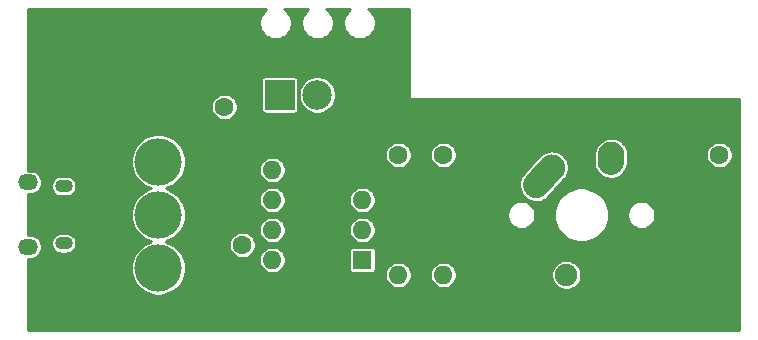
<source format=gbr>
G04 #@! TF.GenerationSoftware,KiCad,Pcbnew,(5.1.8-0-10_14)*
G04 #@! TF.CreationDate,2020-12-18T18:08:01+11:00*
G04 #@! TF.ProjectId,WS2812B_Controller_Board,57533238-3132-4425-9f43-6f6e74726f6c,rev?*
G04 #@! TF.SameCoordinates,Original*
G04 #@! TF.FileFunction,Copper,L2,Bot*
G04 #@! TF.FilePolarity,Positive*
%FSLAX46Y46*%
G04 Gerber Fmt 4.6, Leading zero omitted, Abs format (unit mm)*
G04 Created by KiCad (PCBNEW (5.1.8-0-10_14)) date 2020-12-18 18:08:01*
%MOMM*%
%LPD*%
G01*
G04 APERTURE LIST*
G04 #@! TA.AperFunction,ComponentPad*
%ADD10C,1.600000*%
G04 #@! TD*
G04 #@! TA.AperFunction,ComponentPad*
%ADD11O,1.600000X1.600000*%
G04 #@! TD*
G04 #@! TA.AperFunction,ComponentPad*
%ADD12R,1.600000X1.600000*%
G04 #@! TD*
G04 #@! TA.AperFunction,ComponentPad*
%ADD13C,4.000000*%
G04 #@! TD*
G04 #@! TA.AperFunction,ComponentPad*
%ADD14R,1.905000X1.905000*%
G04 #@! TD*
G04 #@! TA.AperFunction,ComponentPad*
%ADD15C,1.905000*%
G04 #@! TD*
G04 #@! TA.AperFunction,ComponentPad*
%ADD16C,2.250000*%
G04 #@! TD*
G04 #@! TA.AperFunction,ComponentPad*
%ADD17R,2.499360X2.499360*%
G04 #@! TD*
G04 #@! TA.AperFunction,ComponentPad*
%ADD18C,2.499360*%
G04 #@! TD*
G04 #@! TA.AperFunction,ComponentPad*
%ADD19O,1.700000X1.350000*%
G04 #@! TD*
G04 #@! TA.AperFunction,ComponentPad*
%ADD20O,1.500000X1.100000*%
G04 #@! TD*
G04 #@! TA.AperFunction,ViaPad*
%ADD21C,1.200000*%
G04 #@! TD*
G04 #@! TA.AperFunction,Conductor*
%ADD22C,0.254000*%
G04 #@! TD*
G04 #@! TA.AperFunction,Conductor*
%ADD23C,0.100000*%
G04 #@! TD*
G04 APERTURE END LIST*
D10*
X171450000Y-90170000D03*
D11*
X171450000Y-100330000D03*
X148082000Y-100330000D03*
D10*
X148082000Y-90170000D03*
D12*
X141224000Y-99060000D03*
D11*
X133604000Y-91440000D03*
X141224000Y-96520000D03*
X133604000Y-93980000D03*
X141224000Y-93980000D03*
X133604000Y-96520000D03*
X141224000Y-91440000D03*
X133604000Y-99060000D03*
D13*
X123952000Y-99750000D03*
X123952000Y-95250000D03*
X123952000Y-90750000D03*
D11*
X144272000Y-100330000D03*
D10*
X144272000Y-90170000D03*
D14*
X161036000Y-100330000D03*
D15*
X158496000Y-100330000D03*
D16*
X157266000Y-91250000D03*
G04 #@! TA.AperFunction,ComponentPad*
G36*
G01*
X155204688Y-93547350D02*
X155204683Y-93547345D01*
G75*
G02*
X155118655Y-91958683I751317J837345D01*
G01*
X156428657Y-90498683D01*
G75*
G02*
X158017319Y-90412655I837345J-751317D01*
G01*
X158017319Y-90412655D01*
G75*
G02*
X158103347Y-92001317I-751317J-837345D01*
G01*
X156793345Y-93461317D01*
G75*
G02*
X155204683Y-93547345I-837345J751317D01*
G01*
G37*
G04 #@! TD.AperFunction*
X162306000Y-90170000D03*
G04 #@! TA.AperFunction,ComponentPad*
G36*
G01*
X162189483Y-91872395D02*
X162188597Y-91872334D01*
G75*
G02*
X161143666Y-90672597I77403J1122334D01*
G01*
X161183666Y-90092597D01*
G75*
G02*
X162383403Y-89047666I1122334J-77403D01*
G01*
X162383403Y-89047666D01*
G75*
G02*
X163428334Y-90247403I-77403J-1122334D01*
G01*
X163388334Y-90827403D01*
G75*
G02*
X162188597Y-91872334I-1122334J77403D01*
G01*
G37*
G04 #@! TD.AperFunction*
D17*
X134239000Y-85090000D03*
D18*
X137414000Y-85090000D03*
X140589000Y-85090000D03*
D19*
X112931000Y-97955000D03*
X112931000Y-92495000D03*
D20*
X115931000Y-97645000D03*
X115931000Y-92805000D03*
D10*
X129540000Y-84106000D03*
X129540000Y-86106000D03*
X131064000Y-92790000D03*
X131064000Y-97790000D03*
D21*
X118110000Y-95758000D03*
X118110000Y-101346000D03*
X118110000Y-98552000D03*
D22*
X132980213Y-77924414D02*
X132788414Y-78116213D01*
X132637718Y-78341746D01*
X132533917Y-78592344D01*
X132481000Y-78858377D01*
X132481000Y-79129623D01*
X132533917Y-79395656D01*
X132637718Y-79646254D01*
X132788414Y-79871787D01*
X132980213Y-80063586D01*
X133205746Y-80214282D01*
X133456344Y-80318083D01*
X133722377Y-80371000D01*
X133993623Y-80371000D01*
X134259656Y-80318083D01*
X134510254Y-80214282D01*
X134735787Y-80063586D01*
X134927586Y-79871787D01*
X135078282Y-79646254D01*
X135182083Y-79395656D01*
X135235000Y-79129623D01*
X135235000Y-78858377D01*
X135182083Y-78592344D01*
X135078282Y-78341746D01*
X134927586Y-78116213D01*
X134735787Y-77924414D01*
X134625915Y-77851000D01*
X136646085Y-77851000D01*
X136536213Y-77924414D01*
X136344414Y-78116213D01*
X136193718Y-78341746D01*
X136089917Y-78592344D01*
X136037000Y-78858377D01*
X136037000Y-79129623D01*
X136089917Y-79395656D01*
X136193718Y-79646254D01*
X136344414Y-79871787D01*
X136536213Y-80063586D01*
X136761746Y-80214282D01*
X137012344Y-80318083D01*
X137278377Y-80371000D01*
X137549623Y-80371000D01*
X137815656Y-80318083D01*
X138066254Y-80214282D01*
X138291787Y-80063586D01*
X138483586Y-79871787D01*
X138634282Y-79646254D01*
X138738083Y-79395656D01*
X138791000Y-79129623D01*
X138791000Y-78858377D01*
X138738083Y-78592344D01*
X138634282Y-78341746D01*
X138483586Y-78116213D01*
X138291787Y-77924414D01*
X138181915Y-77851000D01*
X140202085Y-77851000D01*
X140092213Y-77924414D01*
X139900414Y-78116213D01*
X139749718Y-78341746D01*
X139645917Y-78592344D01*
X139593000Y-78858377D01*
X139593000Y-79129623D01*
X139645917Y-79395656D01*
X139749718Y-79646254D01*
X139900414Y-79871787D01*
X140092213Y-80063586D01*
X140317746Y-80214282D01*
X140568344Y-80318083D01*
X140834377Y-80371000D01*
X141105623Y-80371000D01*
X141371656Y-80318083D01*
X141622254Y-80214282D01*
X141847787Y-80063586D01*
X142039586Y-79871787D01*
X142190282Y-79646254D01*
X142294083Y-79395656D01*
X142347000Y-79129623D01*
X142347000Y-78858377D01*
X142294083Y-78592344D01*
X142190282Y-78341746D01*
X142039586Y-78116213D01*
X141847787Y-77924414D01*
X141737915Y-77851000D01*
X145161000Y-77851000D01*
X145161000Y-85344000D01*
X145163440Y-85368776D01*
X145170667Y-85392601D01*
X145182403Y-85414557D01*
X145198197Y-85433803D01*
X145217443Y-85449597D01*
X145239399Y-85461333D01*
X145263224Y-85468560D01*
X145288000Y-85471000D01*
X173101000Y-85471000D01*
X173101000Y-105029000D01*
X112903000Y-105029000D01*
X112903000Y-98957000D01*
X113155223Y-98957000D01*
X113302426Y-98942502D01*
X113491304Y-98885206D01*
X113665375Y-98792164D01*
X113817949Y-98666949D01*
X113943164Y-98514375D01*
X114036206Y-98340304D01*
X114093502Y-98151426D01*
X114112848Y-97955000D01*
X114093502Y-97758574D01*
X114059050Y-97645000D01*
X114849757Y-97645000D01*
X114866690Y-97816922D01*
X114916838Y-97982237D01*
X114998273Y-98134592D01*
X115107867Y-98268133D01*
X115241408Y-98377727D01*
X115393763Y-98459162D01*
X115559078Y-98509310D01*
X115687921Y-98522000D01*
X116174079Y-98522000D01*
X116302922Y-98509310D01*
X116468237Y-98459162D01*
X116620592Y-98377727D01*
X116754133Y-98268133D01*
X116863727Y-98134592D01*
X116945162Y-97982237D01*
X116995310Y-97816922D01*
X117012243Y-97645000D01*
X116995310Y-97473078D01*
X116945162Y-97307763D01*
X116863727Y-97155408D01*
X116754133Y-97021867D01*
X116620592Y-96912273D01*
X116468237Y-96830838D01*
X116302922Y-96780690D01*
X116174079Y-96768000D01*
X115687921Y-96768000D01*
X115559078Y-96780690D01*
X115393763Y-96830838D01*
X115241408Y-96912273D01*
X115107867Y-97021867D01*
X114998273Y-97155408D01*
X114916838Y-97307763D01*
X114866690Y-97473078D01*
X114849757Y-97645000D01*
X114059050Y-97645000D01*
X114036206Y-97569696D01*
X113943164Y-97395625D01*
X113817949Y-97243051D01*
X113665375Y-97117836D01*
X113491304Y-97024794D01*
X113302426Y-96967498D01*
X113155223Y-96953000D01*
X112903000Y-96953000D01*
X112903000Y-93497000D01*
X113155223Y-93497000D01*
X113302426Y-93482502D01*
X113491304Y-93425206D01*
X113665375Y-93332164D01*
X113817949Y-93206949D01*
X113943164Y-93054375D01*
X114036206Y-92880304D01*
X114059049Y-92805000D01*
X114849757Y-92805000D01*
X114866690Y-92976922D01*
X114916838Y-93142237D01*
X114998273Y-93294592D01*
X115107867Y-93428133D01*
X115241408Y-93537727D01*
X115393763Y-93619162D01*
X115559078Y-93669310D01*
X115687921Y-93682000D01*
X116174079Y-93682000D01*
X116302922Y-93669310D01*
X116468237Y-93619162D01*
X116620592Y-93537727D01*
X116754133Y-93428133D01*
X116863727Y-93294592D01*
X116945162Y-93142237D01*
X116995310Y-92976922D01*
X117012243Y-92805000D01*
X116995310Y-92633078D01*
X116945162Y-92467763D01*
X116863727Y-92315408D01*
X116754133Y-92181867D01*
X116620592Y-92072273D01*
X116468237Y-91990838D01*
X116302922Y-91940690D01*
X116174079Y-91928000D01*
X115687921Y-91928000D01*
X115559078Y-91940690D01*
X115393763Y-91990838D01*
X115241408Y-92072273D01*
X115107867Y-92181867D01*
X114998273Y-92315408D01*
X114916838Y-92467763D01*
X114866690Y-92633078D01*
X114849757Y-92805000D01*
X114059049Y-92805000D01*
X114093502Y-92691426D01*
X114112848Y-92495000D01*
X114093502Y-92298574D01*
X114036206Y-92109696D01*
X113943164Y-91935625D01*
X113817949Y-91783051D01*
X113665375Y-91657836D01*
X113491304Y-91564794D01*
X113302426Y-91507498D01*
X113155223Y-91493000D01*
X112903000Y-91493000D01*
X112903000Y-90520811D01*
X121625000Y-90520811D01*
X121625000Y-90979189D01*
X121714426Y-91428761D01*
X121889840Y-91852248D01*
X122144501Y-92233376D01*
X122468624Y-92557499D01*
X122849752Y-92812160D01*
X123273239Y-92987574D01*
X123335708Y-93000000D01*
X123273239Y-93012426D01*
X122849752Y-93187840D01*
X122468624Y-93442501D01*
X122144501Y-93766624D01*
X121889840Y-94147752D01*
X121714426Y-94571239D01*
X121625000Y-95020811D01*
X121625000Y-95479189D01*
X121714426Y-95928761D01*
X121889840Y-96352248D01*
X122144501Y-96733376D01*
X122468624Y-97057499D01*
X122849752Y-97312160D01*
X123273239Y-97487574D01*
X123335708Y-97500000D01*
X123273239Y-97512426D01*
X122849752Y-97687840D01*
X122468624Y-97942501D01*
X122144501Y-98266624D01*
X121889840Y-98647752D01*
X121714426Y-99071239D01*
X121625000Y-99520811D01*
X121625000Y-99979189D01*
X121714426Y-100428761D01*
X121889840Y-100852248D01*
X122144501Y-101233376D01*
X122468624Y-101557499D01*
X122849752Y-101812160D01*
X123273239Y-101987574D01*
X123722811Y-102077000D01*
X124181189Y-102077000D01*
X124630761Y-101987574D01*
X125054248Y-101812160D01*
X125435376Y-101557499D01*
X125759499Y-101233376D01*
X126014160Y-100852248D01*
X126189574Y-100428761D01*
X126231298Y-100219000D01*
X143145000Y-100219000D01*
X143145000Y-100441000D01*
X143188310Y-100658734D01*
X143273266Y-100863835D01*
X143396602Y-101048421D01*
X143553579Y-101205398D01*
X143738165Y-101328734D01*
X143943266Y-101413690D01*
X144161000Y-101457000D01*
X144383000Y-101457000D01*
X144600734Y-101413690D01*
X144805835Y-101328734D01*
X144990421Y-101205398D01*
X145147398Y-101048421D01*
X145270734Y-100863835D01*
X145355690Y-100658734D01*
X145399000Y-100441000D01*
X145399000Y-100219000D01*
X146955000Y-100219000D01*
X146955000Y-100441000D01*
X146998310Y-100658734D01*
X147083266Y-100863835D01*
X147206602Y-101048421D01*
X147363579Y-101205398D01*
X147548165Y-101328734D01*
X147753266Y-101413690D01*
X147971000Y-101457000D01*
X148193000Y-101457000D01*
X148410734Y-101413690D01*
X148615835Y-101328734D01*
X148800421Y-101205398D01*
X148957398Y-101048421D01*
X149080734Y-100863835D01*
X149165690Y-100658734D01*
X149209000Y-100441000D01*
X149209000Y-100219000D01*
X149206013Y-100203980D01*
X157216500Y-100203980D01*
X157216500Y-100456020D01*
X157265670Y-100703216D01*
X157362122Y-100936071D01*
X157502147Y-101145634D01*
X157680366Y-101323853D01*
X157889929Y-101463878D01*
X158122784Y-101560330D01*
X158369980Y-101609500D01*
X158622020Y-101609500D01*
X158869216Y-101560330D01*
X159102071Y-101463878D01*
X159311634Y-101323853D01*
X159489853Y-101145634D01*
X159629878Y-100936071D01*
X159726330Y-100703216D01*
X159775500Y-100456020D01*
X159775500Y-100203980D01*
X159726330Y-99956784D01*
X159629878Y-99723929D01*
X159489853Y-99514366D01*
X159311634Y-99336147D01*
X159102071Y-99196122D01*
X158869216Y-99099670D01*
X158622020Y-99050500D01*
X158369980Y-99050500D01*
X158122784Y-99099670D01*
X157889929Y-99196122D01*
X157680366Y-99336147D01*
X157502147Y-99514366D01*
X157362122Y-99723929D01*
X157265670Y-99956784D01*
X157216500Y-100203980D01*
X149206013Y-100203980D01*
X149165690Y-100001266D01*
X149080734Y-99796165D01*
X148957398Y-99611579D01*
X148800421Y-99454602D01*
X148615835Y-99331266D01*
X148410734Y-99246310D01*
X148193000Y-99203000D01*
X147971000Y-99203000D01*
X147753266Y-99246310D01*
X147548165Y-99331266D01*
X147363579Y-99454602D01*
X147206602Y-99611579D01*
X147083266Y-99796165D01*
X146998310Y-100001266D01*
X146955000Y-100219000D01*
X145399000Y-100219000D01*
X145355690Y-100001266D01*
X145270734Y-99796165D01*
X145147398Y-99611579D01*
X144990421Y-99454602D01*
X144805835Y-99331266D01*
X144600734Y-99246310D01*
X144383000Y-99203000D01*
X144161000Y-99203000D01*
X143943266Y-99246310D01*
X143738165Y-99331266D01*
X143553579Y-99454602D01*
X143396602Y-99611579D01*
X143273266Y-99796165D01*
X143188310Y-100001266D01*
X143145000Y-100219000D01*
X126231298Y-100219000D01*
X126279000Y-99979189D01*
X126279000Y-99520811D01*
X126189574Y-99071239D01*
X126138941Y-98949000D01*
X132477000Y-98949000D01*
X132477000Y-99171000D01*
X132520310Y-99388734D01*
X132605266Y-99593835D01*
X132728602Y-99778421D01*
X132885579Y-99935398D01*
X133070165Y-100058734D01*
X133275266Y-100143690D01*
X133493000Y-100187000D01*
X133715000Y-100187000D01*
X133932734Y-100143690D01*
X134137835Y-100058734D01*
X134322421Y-99935398D01*
X134479398Y-99778421D01*
X134602734Y-99593835D01*
X134687690Y-99388734D01*
X134731000Y-99171000D01*
X134731000Y-98949000D01*
X134687690Y-98731266D01*
X134602734Y-98526165D01*
X134479398Y-98341579D01*
X134397819Y-98260000D01*
X140095418Y-98260000D01*
X140095418Y-99860000D01*
X140101732Y-99924103D01*
X140120430Y-99985743D01*
X140150794Y-100042550D01*
X140191657Y-100092343D01*
X140241450Y-100133206D01*
X140298257Y-100163570D01*
X140359897Y-100182268D01*
X140424000Y-100188582D01*
X142024000Y-100188582D01*
X142088103Y-100182268D01*
X142149743Y-100163570D01*
X142206550Y-100133206D01*
X142256343Y-100092343D01*
X142297206Y-100042550D01*
X142327570Y-99985743D01*
X142346268Y-99924103D01*
X142352582Y-99860000D01*
X142352582Y-98260000D01*
X142346268Y-98195897D01*
X142327570Y-98134257D01*
X142297206Y-98077450D01*
X142256343Y-98027657D01*
X142206550Y-97986794D01*
X142149743Y-97956430D01*
X142088103Y-97937732D01*
X142024000Y-97931418D01*
X140424000Y-97931418D01*
X140359897Y-97937732D01*
X140298257Y-97956430D01*
X140241450Y-97986794D01*
X140191657Y-98027657D01*
X140150794Y-98077450D01*
X140120430Y-98134257D01*
X140101732Y-98195897D01*
X140095418Y-98260000D01*
X134397819Y-98260000D01*
X134322421Y-98184602D01*
X134137835Y-98061266D01*
X133932734Y-97976310D01*
X133715000Y-97933000D01*
X133493000Y-97933000D01*
X133275266Y-97976310D01*
X133070165Y-98061266D01*
X132885579Y-98184602D01*
X132728602Y-98341579D01*
X132605266Y-98526165D01*
X132520310Y-98731266D01*
X132477000Y-98949000D01*
X126138941Y-98949000D01*
X126014160Y-98647752D01*
X125759499Y-98266624D01*
X125435376Y-97942501D01*
X125054248Y-97687840D01*
X125032907Y-97679000D01*
X129937000Y-97679000D01*
X129937000Y-97901000D01*
X129980310Y-98118734D01*
X130065266Y-98323835D01*
X130188602Y-98508421D01*
X130345579Y-98665398D01*
X130530165Y-98788734D01*
X130735266Y-98873690D01*
X130953000Y-98917000D01*
X131175000Y-98917000D01*
X131392734Y-98873690D01*
X131597835Y-98788734D01*
X131782421Y-98665398D01*
X131939398Y-98508421D01*
X132062734Y-98323835D01*
X132147690Y-98118734D01*
X132191000Y-97901000D01*
X132191000Y-97679000D01*
X132147690Y-97461266D01*
X132062734Y-97256165D01*
X131939398Y-97071579D01*
X131782421Y-96914602D01*
X131597835Y-96791266D01*
X131392734Y-96706310D01*
X131175000Y-96663000D01*
X130953000Y-96663000D01*
X130735266Y-96706310D01*
X130530165Y-96791266D01*
X130345579Y-96914602D01*
X130188602Y-97071579D01*
X130065266Y-97256165D01*
X129980310Y-97461266D01*
X129937000Y-97679000D01*
X125032907Y-97679000D01*
X124630761Y-97512426D01*
X124568292Y-97500000D01*
X124630761Y-97487574D01*
X125054248Y-97312160D01*
X125435376Y-97057499D01*
X125759499Y-96733376D01*
X125976239Y-96409000D01*
X132477000Y-96409000D01*
X132477000Y-96631000D01*
X132520310Y-96848734D01*
X132605266Y-97053835D01*
X132728602Y-97238421D01*
X132885579Y-97395398D01*
X133070165Y-97518734D01*
X133275266Y-97603690D01*
X133493000Y-97647000D01*
X133715000Y-97647000D01*
X133932734Y-97603690D01*
X134137835Y-97518734D01*
X134322421Y-97395398D01*
X134479398Y-97238421D01*
X134602734Y-97053835D01*
X134687690Y-96848734D01*
X134731000Y-96631000D01*
X134731000Y-96409000D01*
X140097000Y-96409000D01*
X140097000Y-96631000D01*
X140140310Y-96848734D01*
X140225266Y-97053835D01*
X140348602Y-97238421D01*
X140505579Y-97395398D01*
X140690165Y-97518734D01*
X140895266Y-97603690D01*
X141113000Y-97647000D01*
X141335000Y-97647000D01*
X141552734Y-97603690D01*
X141757835Y-97518734D01*
X141942421Y-97395398D01*
X142099398Y-97238421D01*
X142222734Y-97053835D01*
X142307690Y-96848734D01*
X142351000Y-96631000D01*
X142351000Y-96409000D01*
X142307690Y-96191266D01*
X142222734Y-95986165D01*
X142099398Y-95801579D01*
X141942421Y-95644602D01*
X141757835Y-95521266D01*
X141552734Y-95436310D01*
X141335000Y-95393000D01*
X141113000Y-95393000D01*
X140895266Y-95436310D01*
X140690165Y-95521266D01*
X140505579Y-95644602D01*
X140348602Y-95801579D01*
X140225266Y-95986165D01*
X140140310Y-96191266D01*
X140097000Y-96409000D01*
X134731000Y-96409000D01*
X134687690Y-96191266D01*
X134602734Y-95986165D01*
X134479398Y-95801579D01*
X134322421Y-95644602D01*
X134137835Y-95521266D01*
X133932734Y-95436310D01*
X133715000Y-95393000D01*
X133493000Y-95393000D01*
X133275266Y-95436310D01*
X133070165Y-95521266D01*
X132885579Y-95644602D01*
X132728602Y-95801579D01*
X132605266Y-95986165D01*
X132520310Y-96191266D01*
X132477000Y-96409000D01*
X125976239Y-96409000D01*
X126014160Y-96352248D01*
X126189574Y-95928761D01*
X126279000Y-95479189D01*
X126279000Y-95131613D01*
X153484000Y-95131613D01*
X153484000Y-95368387D01*
X153530192Y-95600610D01*
X153620801Y-95819361D01*
X153752346Y-96016230D01*
X153919770Y-96183654D01*
X154116639Y-96315199D01*
X154335390Y-96405808D01*
X154567613Y-96452000D01*
X154804387Y-96452000D01*
X155036610Y-96405808D01*
X155255361Y-96315199D01*
X155452230Y-96183654D01*
X155619654Y-96016230D01*
X155751199Y-95819361D01*
X155841808Y-95600610D01*
X155888000Y-95368387D01*
X155888000Y-95131613D01*
X155866080Y-95021411D01*
X157445100Y-95021411D01*
X157445100Y-95478589D01*
X157534291Y-95926982D01*
X157709245Y-96349358D01*
X157963239Y-96729488D01*
X158286512Y-97052761D01*
X158666642Y-97306755D01*
X159089018Y-97481709D01*
X159537411Y-97570900D01*
X159994589Y-97570900D01*
X160442982Y-97481709D01*
X160865358Y-97306755D01*
X161245488Y-97052761D01*
X161568761Y-96729488D01*
X161822755Y-96349358D01*
X161997709Y-95926982D01*
X162086900Y-95478589D01*
X162086900Y-95131613D01*
X163644000Y-95131613D01*
X163644000Y-95368387D01*
X163690192Y-95600610D01*
X163780801Y-95819361D01*
X163912346Y-96016230D01*
X164079770Y-96183654D01*
X164276639Y-96315199D01*
X164495390Y-96405808D01*
X164727613Y-96452000D01*
X164964387Y-96452000D01*
X165196610Y-96405808D01*
X165415361Y-96315199D01*
X165612230Y-96183654D01*
X165779654Y-96016230D01*
X165911199Y-95819361D01*
X166001808Y-95600610D01*
X166048000Y-95368387D01*
X166048000Y-95131613D01*
X166001808Y-94899390D01*
X165911199Y-94680639D01*
X165779654Y-94483770D01*
X165612230Y-94316346D01*
X165415361Y-94184801D01*
X165196610Y-94094192D01*
X164964387Y-94048000D01*
X164727613Y-94048000D01*
X164495390Y-94094192D01*
X164276639Y-94184801D01*
X164079770Y-94316346D01*
X163912346Y-94483770D01*
X163780801Y-94680639D01*
X163690192Y-94899390D01*
X163644000Y-95131613D01*
X162086900Y-95131613D01*
X162086900Y-95021411D01*
X161997709Y-94573018D01*
X161822755Y-94150642D01*
X161568761Y-93770512D01*
X161245488Y-93447239D01*
X160865358Y-93193245D01*
X160442982Y-93018291D01*
X159994589Y-92929100D01*
X159537411Y-92929100D01*
X159089018Y-93018291D01*
X158666642Y-93193245D01*
X158286512Y-93447239D01*
X157963239Y-93770512D01*
X157709245Y-94150642D01*
X157534291Y-94573018D01*
X157445100Y-95021411D01*
X155866080Y-95021411D01*
X155841808Y-94899390D01*
X155751199Y-94680639D01*
X155619654Y-94483770D01*
X155452230Y-94316346D01*
X155255361Y-94184801D01*
X155036610Y-94094192D01*
X154804387Y-94048000D01*
X154567613Y-94048000D01*
X154335390Y-94094192D01*
X154116639Y-94184801D01*
X153919770Y-94316346D01*
X153752346Y-94483770D01*
X153620801Y-94680639D01*
X153530192Y-94899390D01*
X153484000Y-95131613D01*
X126279000Y-95131613D01*
X126279000Y-95020811D01*
X126189574Y-94571239D01*
X126014160Y-94147752D01*
X125827905Y-93869000D01*
X132477000Y-93869000D01*
X132477000Y-94091000D01*
X132520310Y-94308734D01*
X132605266Y-94513835D01*
X132728602Y-94698421D01*
X132885579Y-94855398D01*
X133070165Y-94978734D01*
X133275266Y-95063690D01*
X133493000Y-95107000D01*
X133715000Y-95107000D01*
X133932734Y-95063690D01*
X134137835Y-94978734D01*
X134322421Y-94855398D01*
X134479398Y-94698421D01*
X134602734Y-94513835D01*
X134687690Y-94308734D01*
X134731000Y-94091000D01*
X134731000Y-93869000D01*
X140097000Y-93869000D01*
X140097000Y-94091000D01*
X140140310Y-94308734D01*
X140225266Y-94513835D01*
X140348602Y-94698421D01*
X140505579Y-94855398D01*
X140690165Y-94978734D01*
X140895266Y-95063690D01*
X141113000Y-95107000D01*
X141335000Y-95107000D01*
X141552734Y-95063690D01*
X141757835Y-94978734D01*
X141942421Y-94855398D01*
X142099398Y-94698421D01*
X142222734Y-94513835D01*
X142307690Y-94308734D01*
X142351000Y-94091000D01*
X142351000Y-93869000D01*
X142307690Y-93651266D01*
X142222734Y-93446165D01*
X142099398Y-93261579D01*
X141942421Y-93104602D01*
X141757835Y-92981266D01*
X141552734Y-92896310D01*
X141335000Y-92853000D01*
X141113000Y-92853000D01*
X140895266Y-92896310D01*
X140690165Y-92981266D01*
X140505579Y-93104602D01*
X140348602Y-93261579D01*
X140225266Y-93446165D01*
X140140310Y-93651266D01*
X140097000Y-93869000D01*
X134731000Y-93869000D01*
X134687690Y-93651266D01*
X134602734Y-93446165D01*
X134479398Y-93261579D01*
X134322421Y-93104602D01*
X134137835Y-92981266D01*
X133932734Y-92896310D01*
X133715000Y-92853000D01*
X133493000Y-92853000D01*
X133275266Y-92896310D01*
X133070165Y-92981266D01*
X132885579Y-93104602D01*
X132728602Y-93261579D01*
X132605266Y-93446165D01*
X132520310Y-93651266D01*
X132477000Y-93869000D01*
X125827905Y-93869000D01*
X125759499Y-93766624D01*
X125435376Y-93442501D01*
X125054248Y-93187840D01*
X124630761Y-93012426D01*
X124568292Y-93000000D01*
X124630761Y-92987574D01*
X125054248Y-92812160D01*
X125089072Y-92788891D01*
X154499111Y-92788891D01*
X154542495Y-93071601D01*
X154640200Y-93340414D01*
X154788470Y-93585000D01*
X154981608Y-93795962D01*
X155212192Y-93965190D01*
X155471360Y-94086181D01*
X155749151Y-94154287D01*
X156034891Y-94166889D01*
X156317601Y-94123505D01*
X156586414Y-94025800D01*
X156831000Y-93877530D01*
X156989099Y-93732788D01*
X158320518Y-92248920D01*
X158393842Y-92175596D01*
X158455502Y-92083316D01*
X158521192Y-91993809D01*
X158534835Y-91964586D01*
X158552746Y-91937780D01*
X158595220Y-91835240D01*
X158642184Y-91734641D01*
X158649863Y-91703319D01*
X158662201Y-91673533D01*
X158683852Y-91564687D01*
X158710290Y-91456850D01*
X158711711Y-91424627D01*
X158718000Y-91393010D01*
X158718000Y-91282018D01*
X158722891Y-91171109D01*
X158718000Y-91139237D01*
X158718000Y-91106990D01*
X158696344Y-90998118D01*
X158679507Y-90888399D01*
X158668492Y-90858093D01*
X158662201Y-90826467D01*
X158619721Y-90723912D01*
X158618756Y-90721256D01*
X160812534Y-90721256D01*
X160818818Y-90935512D01*
X160882816Y-91214279D01*
X160999970Y-91475203D01*
X161165777Y-91708259D01*
X161373864Y-91904489D01*
X161616236Y-92056353D01*
X161883578Y-92158015D01*
X162165617Y-92205567D01*
X162451512Y-92197182D01*
X162730279Y-92133184D01*
X162991203Y-92016030D01*
X163224259Y-91850223D01*
X163420489Y-91642136D01*
X163572353Y-91399764D01*
X163674015Y-91132422D01*
X163709651Y-90921056D01*
X163748181Y-90362373D01*
X163758000Y-90313010D01*
X163758000Y-90220002D01*
X163759466Y-90198745D01*
X163758000Y-90148753D01*
X163758000Y-90059000D01*
X170323000Y-90059000D01*
X170323000Y-90281000D01*
X170366310Y-90498734D01*
X170451266Y-90703835D01*
X170574602Y-90888421D01*
X170731579Y-91045398D01*
X170916165Y-91168734D01*
X171121266Y-91253690D01*
X171339000Y-91297000D01*
X171561000Y-91297000D01*
X171778734Y-91253690D01*
X171983835Y-91168734D01*
X172168421Y-91045398D01*
X172325398Y-90888421D01*
X172448734Y-90703835D01*
X172533690Y-90498734D01*
X172577000Y-90281000D01*
X172577000Y-90059000D01*
X172533690Y-89841266D01*
X172448734Y-89636165D01*
X172325398Y-89451579D01*
X172168421Y-89294602D01*
X171983835Y-89171266D01*
X171778734Y-89086310D01*
X171561000Y-89043000D01*
X171339000Y-89043000D01*
X171121266Y-89086310D01*
X170916165Y-89171266D01*
X170731579Y-89294602D01*
X170574602Y-89451579D01*
X170451266Y-89636165D01*
X170366310Y-89841266D01*
X170323000Y-90059000D01*
X163758000Y-90059000D01*
X163758000Y-90026990D01*
X163753812Y-90005935D01*
X163753183Y-89984488D01*
X163725956Y-89865893D01*
X163702201Y-89746467D01*
X163693984Y-89726630D01*
X163689184Y-89705721D01*
X163639346Y-89594721D01*
X163592746Y-89482220D01*
X163580818Y-89464368D01*
X163572030Y-89444796D01*
X163501493Y-89345651D01*
X163433842Y-89244404D01*
X163418660Y-89229222D01*
X163406223Y-89211741D01*
X163317695Y-89128257D01*
X163231596Y-89042158D01*
X163213747Y-89030232D01*
X163198136Y-89015510D01*
X163095021Y-88950901D01*
X162993780Y-88883254D01*
X162973942Y-88875037D01*
X162955764Y-88863647D01*
X162842045Y-88820403D01*
X162729533Y-88773799D01*
X162708474Y-88769610D01*
X162688422Y-88761985D01*
X162568442Y-88741756D01*
X162449010Y-88718000D01*
X162427539Y-88718000D01*
X162406383Y-88714433D01*
X162284748Y-88718000D01*
X162162990Y-88718000D01*
X162141935Y-88722188D01*
X162120488Y-88722817D01*
X162001893Y-88750044D01*
X161882467Y-88773799D01*
X161862630Y-88782016D01*
X161841721Y-88786816D01*
X161730727Y-88836652D01*
X161618220Y-88883254D01*
X161600366Y-88895183D01*
X161580797Y-88903970D01*
X161481660Y-88974501D01*
X161380404Y-89042158D01*
X161365221Y-89057341D01*
X161347741Y-89069777D01*
X161264264Y-89158298D01*
X161178158Y-89244404D01*
X161166230Y-89262256D01*
X161151511Y-89277864D01*
X161086910Y-89380965D01*
X161019254Y-89482220D01*
X161011037Y-89502058D01*
X160999647Y-89520236D01*
X160956403Y-89633955D01*
X160909799Y-89746467D01*
X160905610Y-89767526D01*
X160897985Y-89787578D01*
X160877758Y-89907550D01*
X160854000Y-90026990D01*
X160854000Y-90120004D01*
X160812534Y-90721256D01*
X158618756Y-90721256D01*
X158581802Y-90619586D01*
X158565086Y-90592011D01*
X158552746Y-90562220D01*
X158491076Y-90469925D01*
X158433532Y-90375000D01*
X158411757Y-90351215D01*
X158393842Y-90324404D01*
X158315356Y-90245918D01*
X158240394Y-90164038D01*
X158214395Y-90144957D01*
X158191596Y-90122158D01*
X158099300Y-90060487D01*
X158009810Y-89994810D01*
X157980594Y-89981171D01*
X157953780Y-89963254D01*
X157851211Y-89920768D01*
X157750642Y-89873818D01*
X157719329Y-89866141D01*
X157689533Y-89853799D01*
X157580649Y-89832141D01*
X157472851Y-89805712D01*
X157440640Y-89804292D01*
X157409010Y-89798000D01*
X157297973Y-89798000D01*
X157187110Y-89793111D01*
X157155250Y-89798000D01*
X157122990Y-89798000D01*
X157014084Y-89819662D01*
X156904400Y-89836494D01*
X156874102Y-89847506D01*
X156842467Y-89853799D01*
X156739868Y-89896297D01*
X156635588Y-89934200D01*
X156608028Y-89950907D01*
X156578220Y-89963254D01*
X156485879Y-90024954D01*
X156391001Y-90082470D01*
X156367227Y-90104235D01*
X156340404Y-90122158D01*
X156261878Y-90200684D01*
X156232902Y-90227212D01*
X156211523Y-90251039D01*
X156138158Y-90324404D01*
X156116173Y-90357307D01*
X154827634Y-91793388D01*
X154700810Y-91966192D01*
X154579819Y-92225360D01*
X154511713Y-92503151D01*
X154499111Y-92788891D01*
X125089072Y-92788891D01*
X125435376Y-92557499D01*
X125759499Y-92233376D01*
X126014160Y-91852248D01*
X126189574Y-91428761D01*
X126209417Y-91329000D01*
X132477000Y-91329000D01*
X132477000Y-91551000D01*
X132520310Y-91768734D01*
X132605266Y-91973835D01*
X132728602Y-92158421D01*
X132885579Y-92315398D01*
X133070165Y-92438734D01*
X133275266Y-92523690D01*
X133493000Y-92567000D01*
X133715000Y-92567000D01*
X133932734Y-92523690D01*
X134137835Y-92438734D01*
X134322421Y-92315398D01*
X134479398Y-92158421D01*
X134602734Y-91973835D01*
X134687690Y-91768734D01*
X134731000Y-91551000D01*
X134731000Y-91329000D01*
X134687690Y-91111266D01*
X134602734Y-90906165D01*
X134479398Y-90721579D01*
X134322421Y-90564602D01*
X134137835Y-90441266D01*
X133932734Y-90356310D01*
X133715000Y-90313000D01*
X133493000Y-90313000D01*
X133275266Y-90356310D01*
X133070165Y-90441266D01*
X132885579Y-90564602D01*
X132728602Y-90721579D01*
X132605266Y-90906165D01*
X132520310Y-91111266D01*
X132477000Y-91329000D01*
X126209417Y-91329000D01*
X126279000Y-90979189D01*
X126279000Y-90520811D01*
X126189574Y-90071239D01*
X126184505Y-90059000D01*
X143145000Y-90059000D01*
X143145000Y-90281000D01*
X143188310Y-90498734D01*
X143273266Y-90703835D01*
X143396602Y-90888421D01*
X143553579Y-91045398D01*
X143738165Y-91168734D01*
X143943266Y-91253690D01*
X144161000Y-91297000D01*
X144383000Y-91297000D01*
X144600734Y-91253690D01*
X144805835Y-91168734D01*
X144990421Y-91045398D01*
X145147398Y-90888421D01*
X145270734Y-90703835D01*
X145355690Y-90498734D01*
X145399000Y-90281000D01*
X145399000Y-90059000D01*
X146955000Y-90059000D01*
X146955000Y-90281000D01*
X146998310Y-90498734D01*
X147083266Y-90703835D01*
X147206602Y-90888421D01*
X147363579Y-91045398D01*
X147548165Y-91168734D01*
X147753266Y-91253690D01*
X147971000Y-91297000D01*
X148193000Y-91297000D01*
X148410734Y-91253690D01*
X148615835Y-91168734D01*
X148800421Y-91045398D01*
X148957398Y-90888421D01*
X149080734Y-90703835D01*
X149165690Y-90498734D01*
X149209000Y-90281000D01*
X149209000Y-90059000D01*
X149165690Y-89841266D01*
X149080734Y-89636165D01*
X148957398Y-89451579D01*
X148800421Y-89294602D01*
X148615835Y-89171266D01*
X148410734Y-89086310D01*
X148193000Y-89043000D01*
X147971000Y-89043000D01*
X147753266Y-89086310D01*
X147548165Y-89171266D01*
X147363579Y-89294602D01*
X147206602Y-89451579D01*
X147083266Y-89636165D01*
X146998310Y-89841266D01*
X146955000Y-90059000D01*
X145399000Y-90059000D01*
X145355690Y-89841266D01*
X145270734Y-89636165D01*
X145147398Y-89451579D01*
X144990421Y-89294602D01*
X144805835Y-89171266D01*
X144600734Y-89086310D01*
X144383000Y-89043000D01*
X144161000Y-89043000D01*
X143943266Y-89086310D01*
X143738165Y-89171266D01*
X143553579Y-89294602D01*
X143396602Y-89451579D01*
X143273266Y-89636165D01*
X143188310Y-89841266D01*
X143145000Y-90059000D01*
X126184505Y-90059000D01*
X126014160Y-89647752D01*
X125759499Y-89266624D01*
X125435376Y-88942501D01*
X125054248Y-88687840D01*
X124630761Y-88512426D01*
X124181189Y-88423000D01*
X123722811Y-88423000D01*
X123273239Y-88512426D01*
X122849752Y-88687840D01*
X122468624Y-88942501D01*
X122144501Y-89266624D01*
X121889840Y-89647752D01*
X121714426Y-90071239D01*
X121625000Y-90520811D01*
X112903000Y-90520811D01*
X112903000Y-85995000D01*
X128413000Y-85995000D01*
X128413000Y-86217000D01*
X128456310Y-86434734D01*
X128541266Y-86639835D01*
X128664602Y-86824421D01*
X128821579Y-86981398D01*
X129006165Y-87104734D01*
X129211266Y-87189690D01*
X129429000Y-87233000D01*
X129651000Y-87233000D01*
X129868734Y-87189690D01*
X130073835Y-87104734D01*
X130258421Y-86981398D01*
X130415398Y-86824421D01*
X130538734Y-86639835D01*
X130623690Y-86434734D01*
X130667000Y-86217000D01*
X130667000Y-85995000D01*
X130623690Y-85777266D01*
X130538734Y-85572165D01*
X130415398Y-85387579D01*
X130258421Y-85230602D01*
X130073835Y-85107266D01*
X129868734Y-85022310D01*
X129651000Y-84979000D01*
X129429000Y-84979000D01*
X129211266Y-85022310D01*
X129006165Y-85107266D01*
X128821579Y-85230602D01*
X128664602Y-85387579D01*
X128541266Y-85572165D01*
X128456310Y-85777266D01*
X128413000Y-85995000D01*
X112903000Y-85995000D01*
X112903000Y-83840320D01*
X132660738Y-83840320D01*
X132660738Y-86339680D01*
X132667052Y-86403783D01*
X132685750Y-86465423D01*
X132716114Y-86522230D01*
X132756977Y-86572023D01*
X132806770Y-86612886D01*
X132863577Y-86643250D01*
X132925217Y-86661948D01*
X132989320Y-86668262D01*
X135488680Y-86668262D01*
X135552783Y-86661948D01*
X135614423Y-86643250D01*
X135671230Y-86612886D01*
X135721023Y-86572023D01*
X135761886Y-86522230D01*
X135792250Y-86465423D01*
X135810948Y-86403783D01*
X135817262Y-86339680D01*
X135817262Y-84934711D01*
X135837320Y-84934711D01*
X135837320Y-85245289D01*
X135897911Y-85549901D01*
X136016764Y-85836838D01*
X136189313Y-86095075D01*
X136408925Y-86314687D01*
X136667162Y-86487236D01*
X136954099Y-86606089D01*
X137258711Y-86666680D01*
X137569289Y-86666680D01*
X137873901Y-86606089D01*
X138160838Y-86487236D01*
X138419075Y-86314687D01*
X138638687Y-86095075D01*
X138811236Y-85836838D01*
X138930089Y-85549901D01*
X138990680Y-85245289D01*
X138990680Y-84934711D01*
X138930089Y-84630099D01*
X138811236Y-84343162D01*
X138638687Y-84084925D01*
X138419075Y-83865313D01*
X138160838Y-83692764D01*
X137873901Y-83573911D01*
X137569289Y-83513320D01*
X137258711Y-83513320D01*
X136954099Y-83573911D01*
X136667162Y-83692764D01*
X136408925Y-83865313D01*
X136189313Y-84084925D01*
X136016764Y-84343162D01*
X135897911Y-84630099D01*
X135837320Y-84934711D01*
X135817262Y-84934711D01*
X135817262Y-83840320D01*
X135810948Y-83776217D01*
X135792250Y-83714577D01*
X135761886Y-83657770D01*
X135721023Y-83607977D01*
X135671230Y-83567114D01*
X135614423Y-83536750D01*
X135552783Y-83518052D01*
X135488680Y-83511738D01*
X132989320Y-83511738D01*
X132925217Y-83518052D01*
X132863577Y-83536750D01*
X132806770Y-83567114D01*
X132756977Y-83607977D01*
X132716114Y-83657770D01*
X132685750Y-83714577D01*
X132667052Y-83776217D01*
X132660738Y-83840320D01*
X112903000Y-83840320D01*
X112903000Y-77851000D01*
X133090085Y-77851000D01*
X132980213Y-77924414D01*
G04 #@! TA.AperFunction,Conductor*
D23*
G36*
X132980213Y-77924414D02*
G01*
X132788414Y-78116213D01*
X132637718Y-78341746D01*
X132533917Y-78592344D01*
X132481000Y-78858377D01*
X132481000Y-79129623D01*
X132533917Y-79395656D01*
X132637718Y-79646254D01*
X132788414Y-79871787D01*
X132980213Y-80063586D01*
X133205746Y-80214282D01*
X133456344Y-80318083D01*
X133722377Y-80371000D01*
X133993623Y-80371000D01*
X134259656Y-80318083D01*
X134510254Y-80214282D01*
X134735787Y-80063586D01*
X134927586Y-79871787D01*
X135078282Y-79646254D01*
X135182083Y-79395656D01*
X135235000Y-79129623D01*
X135235000Y-78858377D01*
X135182083Y-78592344D01*
X135078282Y-78341746D01*
X134927586Y-78116213D01*
X134735787Y-77924414D01*
X134625915Y-77851000D01*
X136646085Y-77851000D01*
X136536213Y-77924414D01*
X136344414Y-78116213D01*
X136193718Y-78341746D01*
X136089917Y-78592344D01*
X136037000Y-78858377D01*
X136037000Y-79129623D01*
X136089917Y-79395656D01*
X136193718Y-79646254D01*
X136344414Y-79871787D01*
X136536213Y-80063586D01*
X136761746Y-80214282D01*
X137012344Y-80318083D01*
X137278377Y-80371000D01*
X137549623Y-80371000D01*
X137815656Y-80318083D01*
X138066254Y-80214282D01*
X138291787Y-80063586D01*
X138483586Y-79871787D01*
X138634282Y-79646254D01*
X138738083Y-79395656D01*
X138791000Y-79129623D01*
X138791000Y-78858377D01*
X138738083Y-78592344D01*
X138634282Y-78341746D01*
X138483586Y-78116213D01*
X138291787Y-77924414D01*
X138181915Y-77851000D01*
X140202085Y-77851000D01*
X140092213Y-77924414D01*
X139900414Y-78116213D01*
X139749718Y-78341746D01*
X139645917Y-78592344D01*
X139593000Y-78858377D01*
X139593000Y-79129623D01*
X139645917Y-79395656D01*
X139749718Y-79646254D01*
X139900414Y-79871787D01*
X140092213Y-80063586D01*
X140317746Y-80214282D01*
X140568344Y-80318083D01*
X140834377Y-80371000D01*
X141105623Y-80371000D01*
X141371656Y-80318083D01*
X141622254Y-80214282D01*
X141847787Y-80063586D01*
X142039586Y-79871787D01*
X142190282Y-79646254D01*
X142294083Y-79395656D01*
X142347000Y-79129623D01*
X142347000Y-78858377D01*
X142294083Y-78592344D01*
X142190282Y-78341746D01*
X142039586Y-78116213D01*
X141847787Y-77924414D01*
X141737915Y-77851000D01*
X145161000Y-77851000D01*
X145161000Y-85344000D01*
X145163440Y-85368776D01*
X145170667Y-85392601D01*
X145182403Y-85414557D01*
X145198197Y-85433803D01*
X145217443Y-85449597D01*
X145239399Y-85461333D01*
X145263224Y-85468560D01*
X145288000Y-85471000D01*
X173101000Y-85471000D01*
X173101000Y-105029000D01*
X112903000Y-105029000D01*
X112903000Y-98957000D01*
X113155223Y-98957000D01*
X113302426Y-98942502D01*
X113491304Y-98885206D01*
X113665375Y-98792164D01*
X113817949Y-98666949D01*
X113943164Y-98514375D01*
X114036206Y-98340304D01*
X114093502Y-98151426D01*
X114112848Y-97955000D01*
X114093502Y-97758574D01*
X114059050Y-97645000D01*
X114849757Y-97645000D01*
X114866690Y-97816922D01*
X114916838Y-97982237D01*
X114998273Y-98134592D01*
X115107867Y-98268133D01*
X115241408Y-98377727D01*
X115393763Y-98459162D01*
X115559078Y-98509310D01*
X115687921Y-98522000D01*
X116174079Y-98522000D01*
X116302922Y-98509310D01*
X116468237Y-98459162D01*
X116620592Y-98377727D01*
X116754133Y-98268133D01*
X116863727Y-98134592D01*
X116945162Y-97982237D01*
X116995310Y-97816922D01*
X117012243Y-97645000D01*
X116995310Y-97473078D01*
X116945162Y-97307763D01*
X116863727Y-97155408D01*
X116754133Y-97021867D01*
X116620592Y-96912273D01*
X116468237Y-96830838D01*
X116302922Y-96780690D01*
X116174079Y-96768000D01*
X115687921Y-96768000D01*
X115559078Y-96780690D01*
X115393763Y-96830838D01*
X115241408Y-96912273D01*
X115107867Y-97021867D01*
X114998273Y-97155408D01*
X114916838Y-97307763D01*
X114866690Y-97473078D01*
X114849757Y-97645000D01*
X114059050Y-97645000D01*
X114036206Y-97569696D01*
X113943164Y-97395625D01*
X113817949Y-97243051D01*
X113665375Y-97117836D01*
X113491304Y-97024794D01*
X113302426Y-96967498D01*
X113155223Y-96953000D01*
X112903000Y-96953000D01*
X112903000Y-93497000D01*
X113155223Y-93497000D01*
X113302426Y-93482502D01*
X113491304Y-93425206D01*
X113665375Y-93332164D01*
X113817949Y-93206949D01*
X113943164Y-93054375D01*
X114036206Y-92880304D01*
X114059049Y-92805000D01*
X114849757Y-92805000D01*
X114866690Y-92976922D01*
X114916838Y-93142237D01*
X114998273Y-93294592D01*
X115107867Y-93428133D01*
X115241408Y-93537727D01*
X115393763Y-93619162D01*
X115559078Y-93669310D01*
X115687921Y-93682000D01*
X116174079Y-93682000D01*
X116302922Y-93669310D01*
X116468237Y-93619162D01*
X116620592Y-93537727D01*
X116754133Y-93428133D01*
X116863727Y-93294592D01*
X116945162Y-93142237D01*
X116995310Y-92976922D01*
X117012243Y-92805000D01*
X116995310Y-92633078D01*
X116945162Y-92467763D01*
X116863727Y-92315408D01*
X116754133Y-92181867D01*
X116620592Y-92072273D01*
X116468237Y-91990838D01*
X116302922Y-91940690D01*
X116174079Y-91928000D01*
X115687921Y-91928000D01*
X115559078Y-91940690D01*
X115393763Y-91990838D01*
X115241408Y-92072273D01*
X115107867Y-92181867D01*
X114998273Y-92315408D01*
X114916838Y-92467763D01*
X114866690Y-92633078D01*
X114849757Y-92805000D01*
X114059049Y-92805000D01*
X114093502Y-92691426D01*
X114112848Y-92495000D01*
X114093502Y-92298574D01*
X114036206Y-92109696D01*
X113943164Y-91935625D01*
X113817949Y-91783051D01*
X113665375Y-91657836D01*
X113491304Y-91564794D01*
X113302426Y-91507498D01*
X113155223Y-91493000D01*
X112903000Y-91493000D01*
X112903000Y-90520811D01*
X121625000Y-90520811D01*
X121625000Y-90979189D01*
X121714426Y-91428761D01*
X121889840Y-91852248D01*
X122144501Y-92233376D01*
X122468624Y-92557499D01*
X122849752Y-92812160D01*
X123273239Y-92987574D01*
X123335708Y-93000000D01*
X123273239Y-93012426D01*
X122849752Y-93187840D01*
X122468624Y-93442501D01*
X122144501Y-93766624D01*
X121889840Y-94147752D01*
X121714426Y-94571239D01*
X121625000Y-95020811D01*
X121625000Y-95479189D01*
X121714426Y-95928761D01*
X121889840Y-96352248D01*
X122144501Y-96733376D01*
X122468624Y-97057499D01*
X122849752Y-97312160D01*
X123273239Y-97487574D01*
X123335708Y-97500000D01*
X123273239Y-97512426D01*
X122849752Y-97687840D01*
X122468624Y-97942501D01*
X122144501Y-98266624D01*
X121889840Y-98647752D01*
X121714426Y-99071239D01*
X121625000Y-99520811D01*
X121625000Y-99979189D01*
X121714426Y-100428761D01*
X121889840Y-100852248D01*
X122144501Y-101233376D01*
X122468624Y-101557499D01*
X122849752Y-101812160D01*
X123273239Y-101987574D01*
X123722811Y-102077000D01*
X124181189Y-102077000D01*
X124630761Y-101987574D01*
X125054248Y-101812160D01*
X125435376Y-101557499D01*
X125759499Y-101233376D01*
X126014160Y-100852248D01*
X126189574Y-100428761D01*
X126231298Y-100219000D01*
X143145000Y-100219000D01*
X143145000Y-100441000D01*
X143188310Y-100658734D01*
X143273266Y-100863835D01*
X143396602Y-101048421D01*
X143553579Y-101205398D01*
X143738165Y-101328734D01*
X143943266Y-101413690D01*
X144161000Y-101457000D01*
X144383000Y-101457000D01*
X144600734Y-101413690D01*
X144805835Y-101328734D01*
X144990421Y-101205398D01*
X145147398Y-101048421D01*
X145270734Y-100863835D01*
X145355690Y-100658734D01*
X145399000Y-100441000D01*
X145399000Y-100219000D01*
X146955000Y-100219000D01*
X146955000Y-100441000D01*
X146998310Y-100658734D01*
X147083266Y-100863835D01*
X147206602Y-101048421D01*
X147363579Y-101205398D01*
X147548165Y-101328734D01*
X147753266Y-101413690D01*
X147971000Y-101457000D01*
X148193000Y-101457000D01*
X148410734Y-101413690D01*
X148615835Y-101328734D01*
X148800421Y-101205398D01*
X148957398Y-101048421D01*
X149080734Y-100863835D01*
X149165690Y-100658734D01*
X149209000Y-100441000D01*
X149209000Y-100219000D01*
X149206013Y-100203980D01*
X157216500Y-100203980D01*
X157216500Y-100456020D01*
X157265670Y-100703216D01*
X157362122Y-100936071D01*
X157502147Y-101145634D01*
X157680366Y-101323853D01*
X157889929Y-101463878D01*
X158122784Y-101560330D01*
X158369980Y-101609500D01*
X158622020Y-101609500D01*
X158869216Y-101560330D01*
X159102071Y-101463878D01*
X159311634Y-101323853D01*
X159489853Y-101145634D01*
X159629878Y-100936071D01*
X159726330Y-100703216D01*
X159775500Y-100456020D01*
X159775500Y-100203980D01*
X159726330Y-99956784D01*
X159629878Y-99723929D01*
X159489853Y-99514366D01*
X159311634Y-99336147D01*
X159102071Y-99196122D01*
X158869216Y-99099670D01*
X158622020Y-99050500D01*
X158369980Y-99050500D01*
X158122784Y-99099670D01*
X157889929Y-99196122D01*
X157680366Y-99336147D01*
X157502147Y-99514366D01*
X157362122Y-99723929D01*
X157265670Y-99956784D01*
X157216500Y-100203980D01*
X149206013Y-100203980D01*
X149165690Y-100001266D01*
X149080734Y-99796165D01*
X148957398Y-99611579D01*
X148800421Y-99454602D01*
X148615835Y-99331266D01*
X148410734Y-99246310D01*
X148193000Y-99203000D01*
X147971000Y-99203000D01*
X147753266Y-99246310D01*
X147548165Y-99331266D01*
X147363579Y-99454602D01*
X147206602Y-99611579D01*
X147083266Y-99796165D01*
X146998310Y-100001266D01*
X146955000Y-100219000D01*
X145399000Y-100219000D01*
X145355690Y-100001266D01*
X145270734Y-99796165D01*
X145147398Y-99611579D01*
X144990421Y-99454602D01*
X144805835Y-99331266D01*
X144600734Y-99246310D01*
X144383000Y-99203000D01*
X144161000Y-99203000D01*
X143943266Y-99246310D01*
X143738165Y-99331266D01*
X143553579Y-99454602D01*
X143396602Y-99611579D01*
X143273266Y-99796165D01*
X143188310Y-100001266D01*
X143145000Y-100219000D01*
X126231298Y-100219000D01*
X126279000Y-99979189D01*
X126279000Y-99520811D01*
X126189574Y-99071239D01*
X126138941Y-98949000D01*
X132477000Y-98949000D01*
X132477000Y-99171000D01*
X132520310Y-99388734D01*
X132605266Y-99593835D01*
X132728602Y-99778421D01*
X132885579Y-99935398D01*
X133070165Y-100058734D01*
X133275266Y-100143690D01*
X133493000Y-100187000D01*
X133715000Y-100187000D01*
X133932734Y-100143690D01*
X134137835Y-100058734D01*
X134322421Y-99935398D01*
X134479398Y-99778421D01*
X134602734Y-99593835D01*
X134687690Y-99388734D01*
X134731000Y-99171000D01*
X134731000Y-98949000D01*
X134687690Y-98731266D01*
X134602734Y-98526165D01*
X134479398Y-98341579D01*
X134397819Y-98260000D01*
X140095418Y-98260000D01*
X140095418Y-99860000D01*
X140101732Y-99924103D01*
X140120430Y-99985743D01*
X140150794Y-100042550D01*
X140191657Y-100092343D01*
X140241450Y-100133206D01*
X140298257Y-100163570D01*
X140359897Y-100182268D01*
X140424000Y-100188582D01*
X142024000Y-100188582D01*
X142088103Y-100182268D01*
X142149743Y-100163570D01*
X142206550Y-100133206D01*
X142256343Y-100092343D01*
X142297206Y-100042550D01*
X142327570Y-99985743D01*
X142346268Y-99924103D01*
X142352582Y-99860000D01*
X142352582Y-98260000D01*
X142346268Y-98195897D01*
X142327570Y-98134257D01*
X142297206Y-98077450D01*
X142256343Y-98027657D01*
X142206550Y-97986794D01*
X142149743Y-97956430D01*
X142088103Y-97937732D01*
X142024000Y-97931418D01*
X140424000Y-97931418D01*
X140359897Y-97937732D01*
X140298257Y-97956430D01*
X140241450Y-97986794D01*
X140191657Y-98027657D01*
X140150794Y-98077450D01*
X140120430Y-98134257D01*
X140101732Y-98195897D01*
X140095418Y-98260000D01*
X134397819Y-98260000D01*
X134322421Y-98184602D01*
X134137835Y-98061266D01*
X133932734Y-97976310D01*
X133715000Y-97933000D01*
X133493000Y-97933000D01*
X133275266Y-97976310D01*
X133070165Y-98061266D01*
X132885579Y-98184602D01*
X132728602Y-98341579D01*
X132605266Y-98526165D01*
X132520310Y-98731266D01*
X132477000Y-98949000D01*
X126138941Y-98949000D01*
X126014160Y-98647752D01*
X125759499Y-98266624D01*
X125435376Y-97942501D01*
X125054248Y-97687840D01*
X125032907Y-97679000D01*
X129937000Y-97679000D01*
X129937000Y-97901000D01*
X129980310Y-98118734D01*
X130065266Y-98323835D01*
X130188602Y-98508421D01*
X130345579Y-98665398D01*
X130530165Y-98788734D01*
X130735266Y-98873690D01*
X130953000Y-98917000D01*
X131175000Y-98917000D01*
X131392734Y-98873690D01*
X131597835Y-98788734D01*
X131782421Y-98665398D01*
X131939398Y-98508421D01*
X132062734Y-98323835D01*
X132147690Y-98118734D01*
X132191000Y-97901000D01*
X132191000Y-97679000D01*
X132147690Y-97461266D01*
X132062734Y-97256165D01*
X131939398Y-97071579D01*
X131782421Y-96914602D01*
X131597835Y-96791266D01*
X131392734Y-96706310D01*
X131175000Y-96663000D01*
X130953000Y-96663000D01*
X130735266Y-96706310D01*
X130530165Y-96791266D01*
X130345579Y-96914602D01*
X130188602Y-97071579D01*
X130065266Y-97256165D01*
X129980310Y-97461266D01*
X129937000Y-97679000D01*
X125032907Y-97679000D01*
X124630761Y-97512426D01*
X124568292Y-97500000D01*
X124630761Y-97487574D01*
X125054248Y-97312160D01*
X125435376Y-97057499D01*
X125759499Y-96733376D01*
X125976239Y-96409000D01*
X132477000Y-96409000D01*
X132477000Y-96631000D01*
X132520310Y-96848734D01*
X132605266Y-97053835D01*
X132728602Y-97238421D01*
X132885579Y-97395398D01*
X133070165Y-97518734D01*
X133275266Y-97603690D01*
X133493000Y-97647000D01*
X133715000Y-97647000D01*
X133932734Y-97603690D01*
X134137835Y-97518734D01*
X134322421Y-97395398D01*
X134479398Y-97238421D01*
X134602734Y-97053835D01*
X134687690Y-96848734D01*
X134731000Y-96631000D01*
X134731000Y-96409000D01*
X140097000Y-96409000D01*
X140097000Y-96631000D01*
X140140310Y-96848734D01*
X140225266Y-97053835D01*
X140348602Y-97238421D01*
X140505579Y-97395398D01*
X140690165Y-97518734D01*
X140895266Y-97603690D01*
X141113000Y-97647000D01*
X141335000Y-97647000D01*
X141552734Y-97603690D01*
X141757835Y-97518734D01*
X141942421Y-97395398D01*
X142099398Y-97238421D01*
X142222734Y-97053835D01*
X142307690Y-96848734D01*
X142351000Y-96631000D01*
X142351000Y-96409000D01*
X142307690Y-96191266D01*
X142222734Y-95986165D01*
X142099398Y-95801579D01*
X141942421Y-95644602D01*
X141757835Y-95521266D01*
X141552734Y-95436310D01*
X141335000Y-95393000D01*
X141113000Y-95393000D01*
X140895266Y-95436310D01*
X140690165Y-95521266D01*
X140505579Y-95644602D01*
X140348602Y-95801579D01*
X140225266Y-95986165D01*
X140140310Y-96191266D01*
X140097000Y-96409000D01*
X134731000Y-96409000D01*
X134687690Y-96191266D01*
X134602734Y-95986165D01*
X134479398Y-95801579D01*
X134322421Y-95644602D01*
X134137835Y-95521266D01*
X133932734Y-95436310D01*
X133715000Y-95393000D01*
X133493000Y-95393000D01*
X133275266Y-95436310D01*
X133070165Y-95521266D01*
X132885579Y-95644602D01*
X132728602Y-95801579D01*
X132605266Y-95986165D01*
X132520310Y-96191266D01*
X132477000Y-96409000D01*
X125976239Y-96409000D01*
X126014160Y-96352248D01*
X126189574Y-95928761D01*
X126279000Y-95479189D01*
X126279000Y-95131613D01*
X153484000Y-95131613D01*
X153484000Y-95368387D01*
X153530192Y-95600610D01*
X153620801Y-95819361D01*
X153752346Y-96016230D01*
X153919770Y-96183654D01*
X154116639Y-96315199D01*
X154335390Y-96405808D01*
X154567613Y-96452000D01*
X154804387Y-96452000D01*
X155036610Y-96405808D01*
X155255361Y-96315199D01*
X155452230Y-96183654D01*
X155619654Y-96016230D01*
X155751199Y-95819361D01*
X155841808Y-95600610D01*
X155888000Y-95368387D01*
X155888000Y-95131613D01*
X155866080Y-95021411D01*
X157445100Y-95021411D01*
X157445100Y-95478589D01*
X157534291Y-95926982D01*
X157709245Y-96349358D01*
X157963239Y-96729488D01*
X158286512Y-97052761D01*
X158666642Y-97306755D01*
X159089018Y-97481709D01*
X159537411Y-97570900D01*
X159994589Y-97570900D01*
X160442982Y-97481709D01*
X160865358Y-97306755D01*
X161245488Y-97052761D01*
X161568761Y-96729488D01*
X161822755Y-96349358D01*
X161997709Y-95926982D01*
X162086900Y-95478589D01*
X162086900Y-95131613D01*
X163644000Y-95131613D01*
X163644000Y-95368387D01*
X163690192Y-95600610D01*
X163780801Y-95819361D01*
X163912346Y-96016230D01*
X164079770Y-96183654D01*
X164276639Y-96315199D01*
X164495390Y-96405808D01*
X164727613Y-96452000D01*
X164964387Y-96452000D01*
X165196610Y-96405808D01*
X165415361Y-96315199D01*
X165612230Y-96183654D01*
X165779654Y-96016230D01*
X165911199Y-95819361D01*
X166001808Y-95600610D01*
X166048000Y-95368387D01*
X166048000Y-95131613D01*
X166001808Y-94899390D01*
X165911199Y-94680639D01*
X165779654Y-94483770D01*
X165612230Y-94316346D01*
X165415361Y-94184801D01*
X165196610Y-94094192D01*
X164964387Y-94048000D01*
X164727613Y-94048000D01*
X164495390Y-94094192D01*
X164276639Y-94184801D01*
X164079770Y-94316346D01*
X163912346Y-94483770D01*
X163780801Y-94680639D01*
X163690192Y-94899390D01*
X163644000Y-95131613D01*
X162086900Y-95131613D01*
X162086900Y-95021411D01*
X161997709Y-94573018D01*
X161822755Y-94150642D01*
X161568761Y-93770512D01*
X161245488Y-93447239D01*
X160865358Y-93193245D01*
X160442982Y-93018291D01*
X159994589Y-92929100D01*
X159537411Y-92929100D01*
X159089018Y-93018291D01*
X158666642Y-93193245D01*
X158286512Y-93447239D01*
X157963239Y-93770512D01*
X157709245Y-94150642D01*
X157534291Y-94573018D01*
X157445100Y-95021411D01*
X155866080Y-95021411D01*
X155841808Y-94899390D01*
X155751199Y-94680639D01*
X155619654Y-94483770D01*
X155452230Y-94316346D01*
X155255361Y-94184801D01*
X155036610Y-94094192D01*
X154804387Y-94048000D01*
X154567613Y-94048000D01*
X154335390Y-94094192D01*
X154116639Y-94184801D01*
X153919770Y-94316346D01*
X153752346Y-94483770D01*
X153620801Y-94680639D01*
X153530192Y-94899390D01*
X153484000Y-95131613D01*
X126279000Y-95131613D01*
X126279000Y-95020811D01*
X126189574Y-94571239D01*
X126014160Y-94147752D01*
X125827905Y-93869000D01*
X132477000Y-93869000D01*
X132477000Y-94091000D01*
X132520310Y-94308734D01*
X132605266Y-94513835D01*
X132728602Y-94698421D01*
X132885579Y-94855398D01*
X133070165Y-94978734D01*
X133275266Y-95063690D01*
X133493000Y-95107000D01*
X133715000Y-95107000D01*
X133932734Y-95063690D01*
X134137835Y-94978734D01*
X134322421Y-94855398D01*
X134479398Y-94698421D01*
X134602734Y-94513835D01*
X134687690Y-94308734D01*
X134731000Y-94091000D01*
X134731000Y-93869000D01*
X140097000Y-93869000D01*
X140097000Y-94091000D01*
X140140310Y-94308734D01*
X140225266Y-94513835D01*
X140348602Y-94698421D01*
X140505579Y-94855398D01*
X140690165Y-94978734D01*
X140895266Y-95063690D01*
X141113000Y-95107000D01*
X141335000Y-95107000D01*
X141552734Y-95063690D01*
X141757835Y-94978734D01*
X141942421Y-94855398D01*
X142099398Y-94698421D01*
X142222734Y-94513835D01*
X142307690Y-94308734D01*
X142351000Y-94091000D01*
X142351000Y-93869000D01*
X142307690Y-93651266D01*
X142222734Y-93446165D01*
X142099398Y-93261579D01*
X141942421Y-93104602D01*
X141757835Y-92981266D01*
X141552734Y-92896310D01*
X141335000Y-92853000D01*
X141113000Y-92853000D01*
X140895266Y-92896310D01*
X140690165Y-92981266D01*
X140505579Y-93104602D01*
X140348602Y-93261579D01*
X140225266Y-93446165D01*
X140140310Y-93651266D01*
X140097000Y-93869000D01*
X134731000Y-93869000D01*
X134687690Y-93651266D01*
X134602734Y-93446165D01*
X134479398Y-93261579D01*
X134322421Y-93104602D01*
X134137835Y-92981266D01*
X133932734Y-92896310D01*
X133715000Y-92853000D01*
X133493000Y-92853000D01*
X133275266Y-92896310D01*
X133070165Y-92981266D01*
X132885579Y-93104602D01*
X132728602Y-93261579D01*
X132605266Y-93446165D01*
X132520310Y-93651266D01*
X132477000Y-93869000D01*
X125827905Y-93869000D01*
X125759499Y-93766624D01*
X125435376Y-93442501D01*
X125054248Y-93187840D01*
X124630761Y-93012426D01*
X124568292Y-93000000D01*
X124630761Y-92987574D01*
X125054248Y-92812160D01*
X125089072Y-92788891D01*
X154499111Y-92788891D01*
X154542495Y-93071601D01*
X154640200Y-93340414D01*
X154788470Y-93585000D01*
X154981608Y-93795962D01*
X155212192Y-93965190D01*
X155471360Y-94086181D01*
X155749151Y-94154287D01*
X156034891Y-94166889D01*
X156317601Y-94123505D01*
X156586414Y-94025800D01*
X156831000Y-93877530D01*
X156989099Y-93732788D01*
X158320518Y-92248920D01*
X158393842Y-92175596D01*
X158455502Y-92083316D01*
X158521192Y-91993809D01*
X158534835Y-91964586D01*
X158552746Y-91937780D01*
X158595220Y-91835240D01*
X158642184Y-91734641D01*
X158649863Y-91703319D01*
X158662201Y-91673533D01*
X158683852Y-91564687D01*
X158710290Y-91456850D01*
X158711711Y-91424627D01*
X158718000Y-91393010D01*
X158718000Y-91282018D01*
X158722891Y-91171109D01*
X158718000Y-91139237D01*
X158718000Y-91106990D01*
X158696344Y-90998118D01*
X158679507Y-90888399D01*
X158668492Y-90858093D01*
X158662201Y-90826467D01*
X158619721Y-90723912D01*
X158618756Y-90721256D01*
X160812534Y-90721256D01*
X160818818Y-90935512D01*
X160882816Y-91214279D01*
X160999970Y-91475203D01*
X161165777Y-91708259D01*
X161373864Y-91904489D01*
X161616236Y-92056353D01*
X161883578Y-92158015D01*
X162165617Y-92205567D01*
X162451512Y-92197182D01*
X162730279Y-92133184D01*
X162991203Y-92016030D01*
X163224259Y-91850223D01*
X163420489Y-91642136D01*
X163572353Y-91399764D01*
X163674015Y-91132422D01*
X163709651Y-90921056D01*
X163748181Y-90362373D01*
X163758000Y-90313010D01*
X163758000Y-90220002D01*
X163759466Y-90198745D01*
X163758000Y-90148753D01*
X163758000Y-90059000D01*
X170323000Y-90059000D01*
X170323000Y-90281000D01*
X170366310Y-90498734D01*
X170451266Y-90703835D01*
X170574602Y-90888421D01*
X170731579Y-91045398D01*
X170916165Y-91168734D01*
X171121266Y-91253690D01*
X171339000Y-91297000D01*
X171561000Y-91297000D01*
X171778734Y-91253690D01*
X171983835Y-91168734D01*
X172168421Y-91045398D01*
X172325398Y-90888421D01*
X172448734Y-90703835D01*
X172533690Y-90498734D01*
X172577000Y-90281000D01*
X172577000Y-90059000D01*
X172533690Y-89841266D01*
X172448734Y-89636165D01*
X172325398Y-89451579D01*
X172168421Y-89294602D01*
X171983835Y-89171266D01*
X171778734Y-89086310D01*
X171561000Y-89043000D01*
X171339000Y-89043000D01*
X171121266Y-89086310D01*
X170916165Y-89171266D01*
X170731579Y-89294602D01*
X170574602Y-89451579D01*
X170451266Y-89636165D01*
X170366310Y-89841266D01*
X170323000Y-90059000D01*
X163758000Y-90059000D01*
X163758000Y-90026990D01*
X163753812Y-90005935D01*
X163753183Y-89984488D01*
X163725956Y-89865893D01*
X163702201Y-89746467D01*
X163693984Y-89726630D01*
X163689184Y-89705721D01*
X163639346Y-89594721D01*
X163592746Y-89482220D01*
X163580818Y-89464368D01*
X163572030Y-89444796D01*
X163501493Y-89345651D01*
X163433842Y-89244404D01*
X163418660Y-89229222D01*
X163406223Y-89211741D01*
X163317695Y-89128257D01*
X163231596Y-89042158D01*
X163213747Y-89030232D01*
X163198136Y-89015510D01*
X163095021Y-88950901D01*
X162993780Y-88883254D01*
X162973942Y-88875037D01*
X162955764Y-88863647D01*
X162842045Y-88820403D01*
X162729533Y-88773799D01*
X162708474Y-88769610D01*
X162688422Y-88761985D01*
X162568442Y-88741756D01*
X162449010Y-88718000D01*
X162427539Y-88718000D01*
X162406383Y-88714433D01*
X162284748Y-88718000D01*
X162162990Y-88718000D01*
X162141935Y-88722188D01*
X162120488Y-88722817D01*
X162001893Y-88750044D01*
X161882467Y-88773799D01*
X161862630Y-88782016D01*
X161841721Y-88786816D01*
X161730727Y-88836652D01*
X161618220Y-88883254D01*
X161600366Y-88895183D01*
X161580797Y-88903970D01*
X161481660Y-88974501D01*
X161380404Y-89042158D01*
X161365221Y-89057341D01*
X161347741Y-89069777D01*
X161264264Y-89158298D01*
X161178158Y-89244404D01*
X161166230Y-89262256D01*
X161151511Y-89277864D01*
X161086910Y-89380965D01*
X161019254Y-89482220D01*
X161011037Y-89502058D01*
X160999647Y-89520236D01*
X160956403Y-89633955D01*
X160909799Y-89746467D01*
X160905610Y-89767526D01*
X160897985Y-89787578D01*
X160877758Y-89907550D01*
X160854000Y-90026990D01*
X160854000Y-90120004D01*
X160812534Y-90721256D01*
X158618756Y-90721256D01*
X158581802Y-90619586D01*
X158565086Y-90592011D01*
X158552746Y-90562220D01*
X158491076Y-90469925D01*
X158433532Y-90375000D01*
X158411757Y-90351215D01*
X158393842Y-90324404D01*
X158315356Y-90245918D01*
X158240394Y-90164038D01*
X158214395Y-90144957D01*
X158191596Y-90122158D01*
X158099300Y-90060487D01*
X158009810Y-89994810D01*
X157980594Y-89981171D01*
X157953780Y-89963254D01*
X157851211Y-89920768D01*
X157750642Y-89873818D01*
X157719329Y-89866141D01*
X157689533Y-89853799D01*
X157580649Y-89832141D01*
X157472851Y-89805712D01*
X157440640Y-89804292D01*
X157409010Y-89798000D01*
X157297973Y-89798000D01*
X157187110Y-89793111D01*
X157155250Y-89798000D01*
X157122990Y-89798000D01*
X157014084Y-89819662D01*
X156904400Y-89836494D01*
X156874102Y-89847506D01*
X156842467Y-89853799D01*
X156739868Y-89896297D01*
X156635588Y-89934200D01*
X156608028Y-89950907D01*
X156578220Y-89963254D01*
X156485879Y-90024954D01*
X156391001Y-90082470D01*
X156367227Y-90104235D01*
X156340404Y-90122158D01*
X156261878Y-90200684D01*
X156232902Y-90227212D01*
X156211523Y-90251039D01*
X156138158Y-90324404D01*
X156116173Y-90357307D01*
X154827634Y-91793388D01*
X154700810Y-91966192D01*
X154579819Y-92225360D01*
X154511713Y-92503151D01*
X154499111Y-92788891D01*
X125089072Y-92788891D01*
X125435376Y-92557499D01*
X125759499Y-92233376D01*
X126014160Y-91852248D01*
X126189574Y-91428761D01*
X126209417Y-91329000D01*
X132477000Y-91329000D01*
X132477000Y-91551000D01*
X132520310Y-91768734D01*
X132605266Y-91973835D01*
X132728602Y-92158421D01*
X132885579Y-92315398D01*
X133070165Y-92438734D01*
X133275266Y-92523690D01*
X133493000Y-92567000D01*
X133715000Y-92567000D01*
X133932734Y-92523690D01*
X134137835Y-92438734D01*
X134322421Y-92315398D01*
X134479398Y-92158421D01*
X134602734Y-91973835D01*
X134687690Y-91768734D01*
X134731000Y-91551000D01*
X134731000Y-91329000D01*
X134687690Y-91111266D01*
X134602734Y-90906165D01*
X134479398Y-90721579D01*
X134322421Y-90564602D01*
X134137835Y-90441266D01*
X133932734Y-90356310D01*
X133715000Y-90313000D01*
X133493000Y-90313000D01*
X133275266Y-90356310D01*
X133070165Y-90441266D01*
X132885579Y-90564602D01*
X132728602Y-90721579D01*
X132605266Y-90906165D01*
X132520310Y-91111266D01*
X132477000Y-91329000D01*
X126209417Y-91329000D01*
X126279000Y-90979189D01*
X126279000Y-90520811D01*
X126189574Y-90071239D01*
X126184505Y-90059000D01*
X143145000Y-90059000D01*
X143145000Y-90281000D01*
X143188310Y-90498734D01*
X143273266Y-90703835D01*
X143396602Y-90888421D01*
X143553579Y-91045398D01*
X143738165Y-91168734D01*
X143943266Y-91253690D01*
X144161000Y-91297000D01*
X144383000Y-91297000D01*
X144600734Y-91253690D01*
X144805835Y-91168734D01*
X144990421Y-91045398D01*
X145147398Y-90888421D01*
X145270734Y-90703835D01*
X145355690Y-90498734D01*
X145399000Y-90281000D01*
X145399000Y-90059000D01*
X146955000Y-90059000D01*
X146955000Y-90281000D01*
X146998310Y-90498734D01*
X147083266Y-90703835D01*
X147206602Y-90888421D01*
X147363579Y-91045398D01*
X147548165Y-91168734D01*
X147753266Y-91253690D01*
X147971000Y-91297000D01*
X148193000Y-91297000D01*
X148410734Y-91253690D01*
X148615835Y-91168734D01*
X148800421Y-91045398D01*
X148957398Y-90888421D01*
X149080734Y-90703835D01*
X149165690Y-90498734D01*
X149209000Y-90281000D01*
X149209000Y-90059000D01*
X149165690Y-89841266D01*
X149080734Y-89636165D01*
X148957398Y-89451579D01*
X148800421Y-89294602D01*
X148615835Y-89171266D01*
X148410734Y-89086310D01*
X148193000Y-89043000D01*
X147971000Y-89043000D01*
X147753266Y-89086310D01*
X147548165Y-89171266D01*
X147363579Y-89294602D01*
X147206602Y-89451579D01*
X147083266Y-89636165D01*
X146998310Y-89841266D01*
X146955000Y-90059000D01*
X145399000Y-90059000D01*
X145355690Y-89841266D01*
X145270734Y-89636165D01*
X145147398Y-89451579D01*
X144990421Y-89294602D01*
X144805835Y-89171266D01*
X144600734Y-89086310D01*
X144383000Y-89043000D01*
X144161000Y-89043000D01*
X143943266Y-89086310D01*
X143738165Y-89171266D01*
X143553579Y-89294602D01*
X143396602Y-89451579D01*
X143273266Y-89636165D01*
X143188310Y-89841266D01*
X143145000Y-90059000D01*
X126184505Y-90059000D01*
X126014160Y-89647752D01*
X125759499Y-89266624D01*
X125435376Y-88942501D01*
X125054248Y-88687840D01*
X124630761Y-88512426D01*
X124181189Y-88423000D01*
X123722811Y-88423000D01*
X123273239Y-88512426D01*
X122849752Y-88687840D01*
X122468624Y-88942501D01*
X122144501Y-89266624D01*
X121889840Y-89647752D01*
X121714426Y-90071239D01*
X121625000Y-90520811D01*
X112903000Y-90520811D01*
X112903000Y-85995000D01*
X128413000Y-85995000D01*
X128413000Y-86217000D01*
X128456310Y-86434734D01*
X128541266Y-86639835D01*
X128664602Y-86824421D01*
X128821579Y-86981398D01*
X129006165Y-87104734D01*
X129211266Y-87189690D01*
X129429000Y-87233000D01*
X129651000Y-87233000D01*
X129868734Y-87189690D01*
X130073835Y-87104734D01*
X130258421Y-86981398D01*
X130415398Y-86824421D01*
X130538734Y-86639835D01*
X130623690Y-86434734D01*
X130667000Y-86217000D01*
X130667000Y-85995000D01*
X130623690Y-85777266D01*
X130538734Y-85572165D01*
X130415398Y-85387579D01*
X130258421Y-85230602D01*
X130073835Y-85107266D01*
X129868734Y-85022310D01*
X129651000Y-84979000D01*
X129429000Y-84979000D01*
X129211266Y-85022310D01*
X129006165Y-85107266D01*
X128821579Y-85230602D01*
X128664602Y-85387579D01*
X128541266Y-85572165D01*
X128456310Y-85777266D01*
X128413000Y-85995000D01*
X112903000Y-85995000D01*
X112903000Y-83840320D01*
X132660738Y-83840320D01*
X132660738Y-86339680D01*
X132667052Y-86403783D01*
X132685750Y-86465423D01*
X132716114Y-86522230D01*
X132756977Y-86572023D01*
X132806770Y-86612886D01*
X132863577Y-86643250D01*
X132925217Y-86661948D01*
X132989320Y-86668262D01*
X135488680Y-86668262D01*
X135552783Y-86661948D01*
X135614423Y-86643250D01*
X135671230Y-86612886D01*
X135721023Y-86572023D01*
X135761886Y-86522230D01*
X135792250Y-86465423D01*
X135810948Y-86403783D01*
X135817262Y-86339680D01*
X135817262Y-84934711D01*
X135837320Y-84934711D01*
X135837320Y-85245289D01*
X135897911Y-85549901D01*
X136016764Y-85836838D01*
X136189313Y-86095075D01*
X136408925Y-86314687D01*
X136667162Y-86487236D01*
X136954099Y-86606089D01*
X137258711Y-86666680D01*
X137569289Y-86666680D01*
X137873901Y-86606089D01*
X138160838Y-86487236D01*
X138419075Y-86314687D01*
X138638687Y-86095075D01*
X138811236Y-85836838D01*
X138930089Y-85549901D01*
X138990680Y-85245289D01*
X138990680Y-84934711D01*
X138930089Y-84630099D01*
X138811236Y-84343162D01*
X138638687Y-84084925D01*
X138419075Y-83865313D01*
X138160838Y-83692764D01*
X137873901Y-83573911D01*
X137569289Y-83513320D01*
X137258711Y-83513320D01*
X136954099Y-83573911D01*
X136667162Y-83692764D01*
X136408925Y-83865313D01*
X136189313Y-84084925D01*
X136016764Y-84343162D01*
X135897911Y-84630099D01*
X135837320Y-84934711D01*
X135817262Y-84934711D01*
X135817262Y-83840320D01*
X135810948Y-83776217D01*
X135792250Y-83714577D01*
X135761886Y-83657770D01*
X135721023Y-83607977D01*
X135671230Y-83567114D01*
X135614423Y-83536750D01*
X135552783Y-83518052D01*
X135488680Y-83511738D01*
X132989320Y-83511738D01*
X132925217Y-83518052D01*
X132863577Y-83536750D01*
X132806770Y-83567114D01*
X132756977Y-83607977D01*
X132716114Y-83657770D01*
X132685750Y-83714577D01*
X132667052Y-83776217D01*
X132660738Y-83840320D01*
X112903000Y-83840320D01*
X112903000Y-77851000D01*
X133090085Y-77851000D01*
X132980213Y-77924414D01*
G37*
G04 #@! TD.AperFunction*
M02*

</source>
